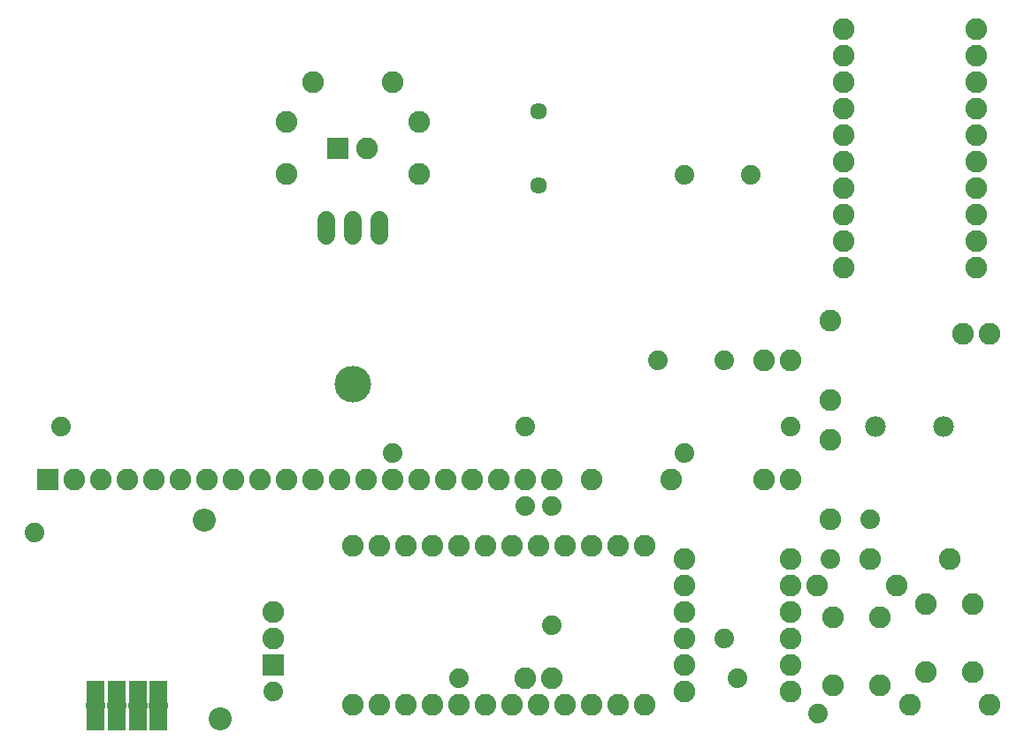
<source format=gts>
G75*
G70*
%OFA0B0*%
%FSLAX24Y24*%
%IPPOS*%
%LPD*%
%AMOC8*
5,1,8,0,0,1.08239X$1,22.5*
%
%ADD10C,0.0820*%
%ADD11R,0.0671X0.1852*%
%ADD12C,0.0867*%
%ADD13R,0.0820X0.0820*%
%ADD14C,0.0680*%
%ADD15C,0.1380*%
%ADD16C,0.0634*%
%ADD17C,0.0780*%
%ADD18C,0.0740*%
D10*
X010181Y004181D03*
X010181Y005181D03*
X013181Y007681D03*
X014181Y007681D03*
X015181Y007681D03*
X016181Y007681D03*
X017181Y007681D03*
X018181Y007681D03*
X019181Y007681D03*
X020181Y007681D03*
X021181Y007681D03*
X022181Y007681D03*
X023181Y007681D03*
X024181Y007681D03*
X025681Y007181D03*
X025681Y006181D03*
X025681Y005181D03*
X025681Y004181D03*
X025681Y003181D03*
X025681Y002181D03*
X024181Y001681D03*
X023181Y001681D03*
X022181Y001681D03*
X021181Y001681D03*
X020181Y001681D03*
X019181Y001681D03*
X018181Y001681D03*
X017181Y001681D03*
X016181Y001681D03*
X015181Y001681D03*
X014181Y001681D03*
X013181Y001681D03*
X019681Y002681D03*
X020681Y002681D03*
X029681Y002181D03*
X029681Y003181D03*
X029681Y004181D03*
X029681Y005181D03*
X029681Y006181D03*
X030681Y006181D03*
X031291Y004961D03*
X033071Y004961D03*
X033681Y006181D03*
X034791Y005461D03*
X036571Y005461D03*
X035681Y007181D03*
X032681Y007181D03*
X031181Y008681D03*
X029681Y007181D03*
X029681Y010181D03*
X028681Y010181D03*
X031181Y011681D03*
X031181Y013181D03*
X029681Y014681D03*
X028681Y014681D03*
X031181Y016181D03*
X031681Y018181D03*
X031681Y019181D03*
X031681Y020181D03*
X031681Y021181D03*
X031681Y022181D03*
X031681Y023181D03*
X031681Y024181D03*
X031681Y025181D03*
X031681Y026181D03*
X031681Y027181D03*
X036681Y027181D03*
X036681Y026181D03*
X036681Y025181D03*
X036681Y024181D03*
X036681Y023181D03*
X036681Y022181D03*
X036681Y021181D03*
X036681Y020181D03*
X036681Y019181D03*
X036681Y018181D03*
X036181Y015681D03*
X037181Y015681D03*
X025181Y010181D03*
X022181Y010181D03*
X020681Y010181D03*
X019681Y010181D03*
X018681Y010181D03*
X017681Y010181D03*
X016681Y010181D03*
X015681Y010181D03*
X014681Y010181D03*
X013681Y010181D03*
X012681Y010181D03*
X011681Y010181D03*
X010681Y010181D03*
X009681Y010181D03*
X008681Y010181D03*
X007681Y010181D03*
X006681Y010181D03*
X005681Y010181D03*
X004681Y010181D03*
X003681Y010181D03*
X002681Y010181D03*
X010681Y021697D03*
X010681Y023666D03*
X011681Y025181D03*
X014681Y025181D03*
X015681Y023666D03*
X013731Y022681D03*
X015681Y021697D03*
X034791Y002901D03*
X033071Y002401D03*
X034181Y001681D03*
X036571Y002901D03*
X037181Y001681D03*
X031291Y002401D03*
D11*
X005863Y001630D03*
X005075Y001630D03*
X004288Y001630D03*
X003500Y001630D03*
D12*
X008181Y001144D03*
X007585Y008642D03*
D13*
X001681Y010181D03*
X010181Y003181D03*
X012631Y022681D03*
D14*
X012181Y019981D02*
X012181Y019381D01*
X013181Y019381D02*
X013181Y019981D01*
X014181Y019981D02*
X014181Y019381D01*
D15*
X013181Y013781D03*
D16*
X020181Y021281D03*
X020181Y024081D03*
D17*
X032902Y012181D03*
X035461Y012181D03*
D18*
X003501Y001621D03*
X004281Y001641D03*
X005081Y001621D03*
X005861Y001641D03*
X010181Y002181D03*
X017181Y002681D03*
X020681Y004681D03*
X027181Y004181D03*
X027681Y002681D03*
X030721Y001321D03*
X031181Y007181D03*
X032681Y008681D03*
X029681Y012181D03*
X027181Y014681D03*
X024681Y014681D03*
X025681Y011181D03*
X020681Y009181D03*
X019681Y009181D03*
X019681Y012181D03*
X014681Y011181D03*
X002181Y012181D03*
X001181Y008181D03*
X025681Y021681D03*
X028181Y021681D03*
M02*

</source>
